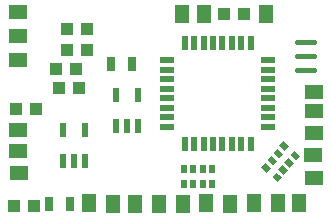
<source format=gtp>
G75*
%MOIN*%
%OFA0B0*%
%FSLAX25Y25*%
%IPPOS*%
%LPD*%
%AMOC8*
5,1,8,0,0,1.08239X$1,22.5*
%
%ADD10R,0.04331X0.03937*%
%ADD11R,0.06000X0.05000*%
%ADD12R,0.05000X0.06000*%
%ADD13R,0.03150X0.04724*%
%ADD14R,0.01969X0.02559*%
%ADD15R,0.02165X0.04724*%
%ADD16R,0.05000X0.02200*%
%ADD17R,0.02200X0.05000*%
%ADD18C,0.01772*%
D10*
X0005040Y0008242D03*
X0011732Y0008242D03*
X0012370Y0040535D03*
X0005677Y0040535D03*
X0019913Y0047467D03*
X0026606Y0047467D03*
X0025637Y0053851D03*
X0018945Y0053851D03*
X0022628Y0060343D03*
X0029321Y0060343D03*
X0029406Y0067084D03*
X0022713Y0067084D03*
X0074975Y0072340D03*
X0081668Y0072340D03*
D11*
X0104773Y0046325D03*
X0104773Y0039702D03*
X0104773Y0032467D03*
X0104737Y0025139D03*
X0105034Y0017648D03*
X0006475Y0019216D03*
X0006263Y0026550D03*
X0006302Y0033526D03*
X0006112Y0056957D03*
X0006180Y0064829D03*
X0006233Y0072841D03*
D12*
X0060951Y0072277D03*
X0068404Y0072277D03*
X0088774Y0072325D03*
X0092826Y0009137D03*
X0099826Y0009074D03*
X0084750Y0009033D03*
X0076801Y0009001D03*
X0068899Y0009056D03*
X0061201Y0008926D03*
X0053373Y0008926D03*
X0045402Y0008973D03*
X0037771Y0008927D03*
X0029783Y0009032D03*
D13*
X0023520Y0008741D03*
X0016433Y0008741D03*
X0037285Y0055537D03*
X0044371Y0055537D03*
D14*
X0061467Y0020545D03*
X0064617Y0020545D03*
X0067766Y0020545D03*
X0070916Y0020545D03*
X0070916Y0015624D03*
X0067766Y0015624D03*
X0064617Y0015624D03*
X0061467Y0015624D03*
G36*
X0087225Y0020997D02*
X0088490Y0022504D01*
X0090449Y0020861D01*
X0089184Y0019354D01*
X0087225Y0020997D01*
G37*
G36*
X0089250Y0023410D02*
X0090515Y0024917D01*
X0092474Y0023274D01*
X0091209Y0021767D01*
X0089250Y0023410D01*
G37*
G36*
X0091274Y0025822D02*
X0092539Y0027329D01*
X0094498Y0025686D01*
X0093233Y0024179D01*
X0091274Y0025822D01*
G37*
G36*
X0093299Y0028235D02*
X0094564Y0029742D01*
X0096523Y0028099D01*
X0095258Y0026592D01*
X0093299Y0028235D01*
G37*
G36*
X0095044Y0022659D02*
X0096309Y0024166D01*
X0098268Y0022523D01*
X0097003Y0021016D01*
X0095044Y0022659D01*
G37*
G36*
X0093019Y0020246D02*
X0094284Y0021753D01*
X0096243Y0020110D01*
X0094978Y0018603D01*
X0093019Y0020246D01*
G37*
G36*
X0090995Y0017833D02*
X0092260Y0019340D01*
X0094219Y0017697D01*
X0092954Y0016190D01*
X0090995Y0017833D01*
G37*
G36*
X0097069Y0025072D02*
X0098334Y0026579D01*
X0100293Y0024936D01*
X0099028Y0023429D01*
X0097069Y0025072D01*
G37*
D15*
X0046334Y0034819D03*
X0042593Y0034819D03*
X0038853Y0034819D03*
X0028605Y0033440D03*
X0021125Y0033440D03*
X0021125Y0023203D03*
X0024865Y0023203D03*
X0028605Y0023203D03*
X0038853Y0045056D03*
X0046334Y0045056D03*
D16*
X0055927Y0044106D03*
X0055927Y0047255D03*
X0055927Y0050405D03*
X0055927Y0053555D03*
X0055927Y0056704D03*
X0055927Y0040956D03*
X0055927Y0037806D03*
X0055927Y0034657D03*
X0089727Y0034657D03*
X0089727Y0037806D03*
X0089727Y0040956D03*
X0089727Y0044106D03*
X0089727Y0047255D03*
X0089727Y0050405D03*
X0089727Y0053555D03*
X0089727Y0056704D03*
D17*
X0083851Y0062580D03*
X0080701Y0062580D03*
X0077552Y0062580D03*
X0074402Y0062580D03*
X0071253Y0062580D03*
X0068103Y0062580D03*
X0064953Y0062580D03*
X0061804Y0062580D03*
X0061804Y0028780D03*
X0064953Y0028780D03*
X0068103Y0028780D03*
X0071253Y0028780D03*
X0074402Y0028780D03*
X0077552Y0028780D03*
X0080701Y0028780D03*
X0083851Y0028780D03*
D18*
X0099281Y0053539D02*
X0105009Y0053539D01*
X0105009Y0058264D02*
X0099281Y0058264D01*
X0099281Y0062988D02*
X0105009Y0062988D01*
M02*

</source>
